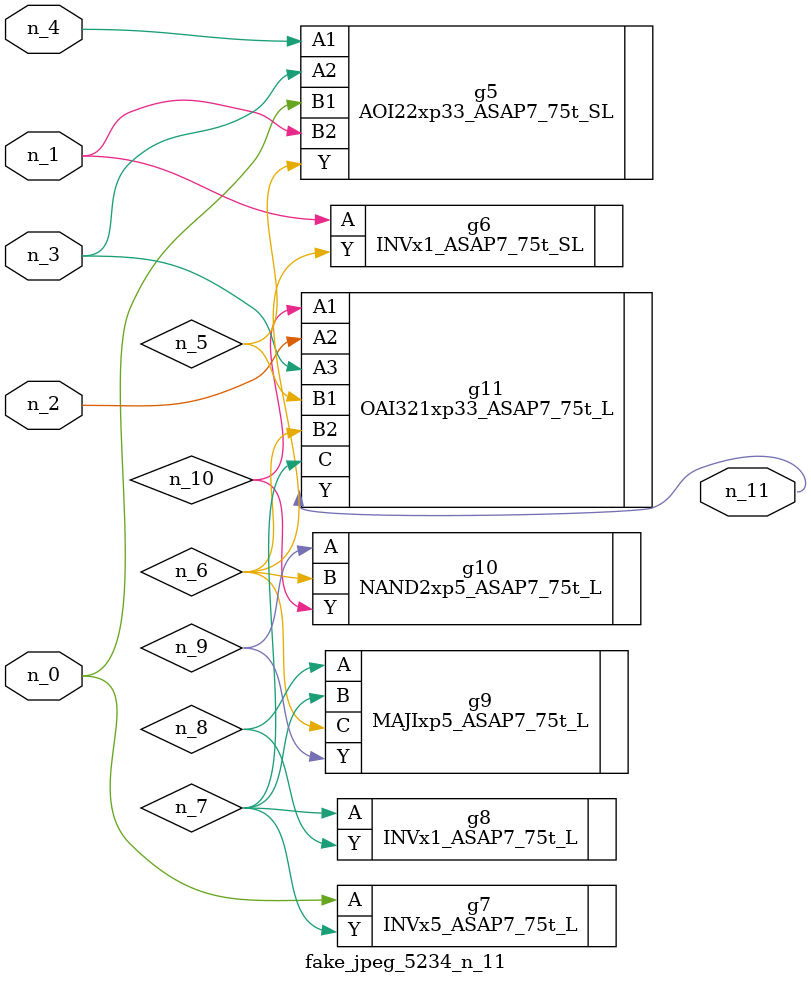
<source format=v>
module fake_jpeg_5234_n_11 (n_3, n_2, n_1, n_0, n_4, n_11);

input n_3;
input n_2;
input n_1;
input n_0;
input n_4;

output n_11;

wire n_10;
wire n_8;
wire n_9;
wire n_6;
wire n_5;
wire n_7;

AOI22xp33_ASAP7_75t_SL g5 ( 
.A1(n_4),
.A2(n_3),
.B1(n_0),
.B2(n_1),
.Y(n_5)
);

INVx1_ASAP7_75t_SL g6 ( 
.A(n_1),
.Y(n_6)
);

INVx5_ASAP7_75t_L g7 ( 
.A(n_0),
.Y(n_7)
);

INVx1_ASAP7_75t_L g8 ( 
.A(n_7),
.Y(n_8)
);

MAJIxp5_ASAP7_75t_L g9 ( 
.A(n_8),
.B(n_7),
.C(n_6),
.Y(n_9)
);

NAND2xp5_ASAP7_75t_L g10 ( 
.A(n_9),
.B(n_6),
.Y(n_10)
);

OAI321xp33_ASAP7_75t_L g11 ( 
.A1(n_10),
.A2(n_2),
.A3(n_3),
.B1(n_5),
.B2(n_6),
.C(n_7),
.Y(n_11)
);


endmodule
</source>
